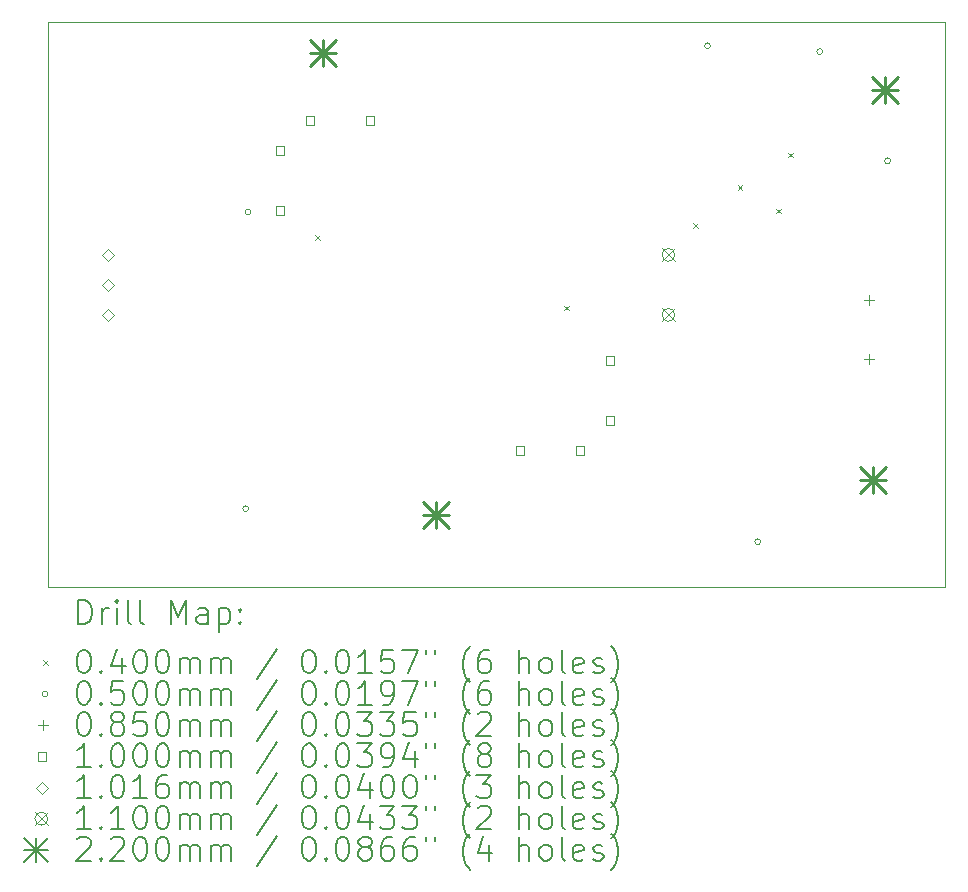
<source format=gbr>
%TF.GenerationSoftware,KiCad,Pcbnew,(6.0.11)*%
%TF.CreationDate,2023-06-14T00:40:48+03:00*%
%TF.ProjectId,flyback_48V_48W,666c7962-6163-46b5-9f34-38565f343857,rev?*%
%TF.SameCoordinates,Original*%
%TF.FileFunction,Drillmap*%
%TF.FilePolarity,Positive*%
%FSLAX45Y45*%
G04 Gerber Fmt 4.5, Leading zero omitted, Abs format (unit mm)*
G04 Created by KiCad (PCBNEW (6.0.11)) date 2023-06-14 00:40:48*
%MOMM*%
%LPD*%
G01*
G04 APERTURE LIST*
%ADD10C,0.100000*%
%ADD11C,0.200000*%
%ADD12C,0.040000*%
%ADD13C,0.050000*%
%ADD14C,0.085000*%
%ADD15C,0.101600*%
%ADD16C,0.110000*%
%ADD17C,0.220000*%
G04 APERTURE END LIST*
D10*
X10070000Y-3700000D02*
X17657000Y-3700000D01*
X17657000Y-3700000D02*
X17657000Y-8480000D01*
X17657000Y-8480000D02*
X10070000Y-8480000D01*
X10070000Y-8480000D02*
X10070000Y-3700000D01*
D11*
D12*
X12330000Y-5505000D02*
X12370000Y-5545000D01*
X12370000Y-5505000D02*
X12330000Y-5545000D01*
X14433200Y-6101400D02*
X14473200Y-6141400D01*
X14473200Y-6101400D02*
X14433200Y-6141400D01*
X15530000Y-5405000D02*
X15570000Y-5445000D01*
X15570000Y-5405000D02*
X15530000Y-5445000D01*
X15905000Y-5080000D02*
X15945000Y-5120000D01*
X15945000Y-5080000D02*
X15905000Y-5120000D01*
X16230000Y-5280000D02*
X16270000Y-5320000D01*
X16270000Y-5280000D02*
X16230000Y-5320000D01*
X16330000Y-4805000D02*
X16370000Y-4845000D01*
X16370000Y-4805000D02*
X16330000Y-4845000D01*
D13*
X11765000Y-7820000D02*
G75*
G03*
X11765000Y-7820000I-25000J0D01*
G01*
X11785200Y-5308600D02*
G75*
G03*
X11785200Y-5308600I-25000J0D01*
G01*
X15675000Y-3900000D02*
G75*
G03*
X15675000Y-3900000I-25000J0D01*
G01*
X16100000Y-8100000D02*
G75*
G03*
X16100000Y-8100000I-25000J0D01*
G01*
X16625000Y-3950000D02*
G75*
G03*
X16625000Y-3950000I-25000J0D01*
G01*
X17200000Y-4875000D02*
G75*
G03*
X17200000Y-4875000I-25000J0D01*
G01*
D14*
X17018000Y-6007500D02*
X17018000Y-6092500D01*
X16975500Y-6050000D02*
X17060500Y-6050000D01*
X17018000Y-6507500D02*
X17018000Y-6592500D01*
X16975500Y-6550000D02*
X17060500Y-6550000D01*
D10*
X12068356Y-4822356D02*
X12068356Y-4751644D01*
X11997644Y-4751644D01*
X11997644Y-4822356D01*
X12068356Y-4822356D01*
X12068356Y-5330356D02*
X12068356Y-5259644D01*
X11997644Y-5259644D01*
X11997644Y-5330356D01*
X12068356Y-5330356D01*
X12322356Y-4568356D02*
X12322356Y-4497644D01*
X12251644Y-4497644D01*
X12251644Y-4568356D01*
X12322356Y-4568356D01*
X12830356Y-4568356D02*
X12830356Y-4497644D01*
X12759644Y-4497644D01*
X12759644Y-4568356D01*
X12830356Y-4568356D01*
X14100356Y-7362356D02*
X14100356Y-7291644D01*
X14029644Y-7291644D01*
X14029644Y-7362356D01*
X14100356Y-7362356D01*
X14608356Y-7362356D02*
X14608356Y-7291644D01*
X14537644Y-7291644D01*
X14537644Y-7362356D01*
X14608356Y-7362356D01*
X14862356Y-6600356D02*
X14862356Y-6529644D01*
X14791644Y-6529644D01*
X14791644Y-6600356D01*
X14862356Y-6600356D01*
X14862356Y-7108356D02*
X14862356Y-7037644D01*
X14791644Y-7037644D01*
X14791644Y-7108356D01*
X14862356Y-7108356D01*
D15*
X10572500Y-5726800D02*
X10623300Y-5676000D01*
X10572500Y-5625200D01*
X10521700Y-5676000D01*
X10572500Y-5726800D01*
X10572500Y-5980800D02*
X10623300Y-5930000D01*
X10572500Y-5879200D01*
X10521700Y-5930000D01*
X10572500Y-5980800D01*
X10572500Y-6234800D02*
X10623300Y-6184000D01*
X10572500Y-6133200D01*
X10521700Y-6184000D01*
X10572500Y-6234800D01*
D16*
X15263950Y-5616000D02*
X15373950Y-5726000D01*
X15373950Y-5616000D02*
X15263950Y-5726000D01*
X15373950Y-5671000D02*
G75*
G03*
X15373950Y-5671000I-55000J0D01*
G01*
X15263950Y-6124000D02*
X15373950Y-6234000D01*
X15373950Y-6124000D02*
X15263950Y-6234000D01*
X15373950Y-6179000D02*
G75*
G03*
X15373950Y-6179000I-55000J0D01*
G01*
D17*
X12285200Y-3852400D02*
X12505200Y-4072400D01*
X12505200Y-3852400D02*
X12285200Y-4072400D01*
X12395200Y-3852400D02*
X12395200Y-4072400D01*
X12285200Y-3962400D02*
X12505200Y-3962400D01*
X13240000Y-7765000D02*
X13460000Y-7985000D01*
X13460000Y-7765000D02*
X13240000Y-7985000D01*
X13350000Y-7765000D02*
X13350000Y-7985000D01*
X13240000Y-7875000D02*
X13460000Y-7875000D01*
X16940000Y-7465000D02*
X17160000Y-7685000D01*
X17160000Y-7465000D02*
X16940000Y-7685000D01*
X17050000Y-7465000D02*
X17050000Y-7685000D01*
X16940000Y-7575000D02*
X17160000Y-7575000D01*
X17040000Y-4165000D02*
X17260000Y-4385000D01*
X17260000Y-4165000D02*
X17040000Y-4385000D01*
X17150000Y-4165000D02*
X17150000Y-4385000D01*
X17040000Y-4275000D02*
X17260000Y-4275000D01*
D11*
X10322619Y-8795476D02*
X10322619Y-8595476D01*
X10370238Y-8595476D01*
X10398810Y-8605000D01*
X10417857Y-8624048D01*
X10427381Y-8643095D01*
X10436905Y-8681190D01*
X10436905Y-8709762D01*
X10427381Y-8747857D01*
X10417857Y-8766905D01*
X10398810Y-8785952D01*
X10370238Y-8795476D01*
X10322619Y-8795476D01*
X10522619Y-8795476D02*
X10522619Y-8662143D01*
X10522619Y-8700238D02*
X10532143Y-8681190D01*
X10541667Y-8671667D01*
X10560714Y-8662143D01*
X10579762Y-8662143D01*
X10646429Y-8795476D02*
X10646429Y-8662143D01*
X10646429Y-8595476D02*
X10636905Y-8605000D01*
X10646429Y-8614524D01*
X10655952Y-8605000D01*
X10646429Y-8595476D01*
X10646429Y-8614524D01*
X10770238Y-8795476D02*
X10751190Y-8785952D01*
X10741667Y-8766905D01*
X10741667Y-8595476D01*
X10875000Y-8795476D02*
X10855952Y-8785952D01*
X10846429Y-8766905D01*
X10846429Y-8595476D01*
X11103571Y-8795476D02*
X11103571Y-8595476D01*
X11170238Y-8738333D01*
X11236905Y-8595476D01*
X11236905Y-8795476D01*
X11417857Y-8795476D02*
X11417857Y-8690714D01*
X11408333Y-8671667D01*
X11389286Y-8662143D01*
X11351190Y-8662143D01*
X11332143Y-8671667D01*
X11417857Y-8785952D02*
X11398809Y-8795476D01*
X11351190Y-8795476D01*
X11332143Y-8785952D01*
X11322619Y-8766905D01*
X11322619Y-8747857D01*
X11332143Y-8728810D01*
X11351190Y-8719286D01*
X11398809Y-8719286D01*
X11417857Y-8709762D01*
X11513095Y-8662143D02*
X11513095Y-8862143D01*
X11513095Y-8671667D02*
X11532143Y-8662143D01*
X11570238Y-8662143D01*
X11589286Y-8671667D01*
X11598809Y-8681190D01*
X11608333Y-8700238D01*
X11608333Y-8757381D01*
X11598809Y-8776429D01*
X11589286Y-8785952D01*
X11570238Y-8795476D01*
X11532143Y-8795476D01*
X11513095Y-8785952D01*
X11694048Y-8776429D02*
X11703571Y-8785952D01*
X11694048Y-8795476D01*
X11684524Y-8785952D01*
X11694048Y-8776429D01*
X11694048Y-8795476D01*
X11694048Y-8671667D02*
X11703571Y-8681190D01*
X11694048Y-8690714D01*
X11684524Y-8681190D01*
X11694048Y-8671667D01*
X11694048Y-8690714D01*
D12*
X10025000Y-9105000D02*
X10065000Y-9145000D01*
X10065000Y-9105000D02*
X10025000Y-9145000D01*
D11*
X10360714Y-9015476D02*
X10379762Y-9015476D01*
X10398810Y-9025000D01*
X10408333Y-9034524D01*
X10417857Y-9053571D01*
X10427381Y-9091667D01*
X10427381Y-9139286D01*
X10417857Y-9177381D01*
X10408333Y-9196429D01*
X10398810Y-9205952D01*
X10379762Y-9215476D01*
X10360714Y-9215476D01*
X10341667Y-9205952D01*
X10332143Y-9196429D01*
X10322619Y-9177381D01*
X10313095Y-9139286D01*
X10313095Y-9091667D01*
X10322619Y-9053571D01*
X10332143Y-9034524D01*
X10341667Y-9025000D01*
X10360714Y-9015476D01*
X10513095Y-9196429D02*
X10522619Y-9205952D01*
X10513095Y-9215476D01*
X10503571Y-9205952D01*
X10513095Y-9196429D01*
X10513095Y-9215476D01*
X10694048Y-9082143D02*
X10694048Y-9215476D01*
X10646429Y-9005952D02*
X10598810Y-9148810D01*
X10722619Y-9148810D01*
X10836905Y-9015476D02*
X10855952Y-9015476D01*
X10875000Y-9025000D01*
X10884524Y-9034524D01*
X10894048Y-9053571D01*
X10903571Y-9091667D01*
X10903571Y-9139286D01*
X10894048Y-9177381D01*
X10884524Y-9196429D01*
X10875000Y-9205952D01*
X10855952Y-9215476D01*
X10836905Y-9215476D01*
X10817857Y-9205952D01*
X10808333Y-9196429D01*
X10798810Y-9177381D01*
X10789286Y-9139286D01*
X10789286Y-9091667D01*
X10798810Y-9053571D01*
X10808333Y-9034524D01*
X10817857Y-9025000D01*
X10836905Y-9015476D01*
X11027381Y-9015476D02*
X11046429Y-9015476D01*
X11065476Y-9025000D01*
X11075000Y-9034524D01*
X11084524Y-9053571D01*
X11094048Y-9091667D01*
X11094048Y-9139286D01*
X11084524Y-9177381D01*
X11075000Y-9196429D01*
X11065476Y-9205952D01*
X11046429Y-9215476D01*
X11027381Y-9215476D01*
X11008333Y-9205952D01*
X10998810Y-9196429D01*
X10989286Y-9177381D01*
X10979762Y-9139286D01*
X10979762Y-9091667D01*
X10989286Y-9053571D01*
X10998810Y-9034524D01*
X11008333Y-9025000D01*
X11027381Y-9015476D01*
X11179762Y-9215476D02*
X11179762Y-9082143D01*
X11179762Y-9101190D02*
X11189286Y-9091667D01*
X11208333Y-9082143D01*
X11236905Y-9082143D01*
X11255952Y-9091667D01*
X11265476Y-9110714D01*
X11265476Y-9215476D01*
X11265476Y-9110714D02*
X11275000Y-9091667D01*
X11294048Y-9082143D01*
X11322619Y-9082143D01*
X11341667Y-9091667D01*
X11351190Y-9110714D01*
X11351190Y-9215476D01*
X11446428Y-9215476D02*
X11446428Y-9082143D01*
X11446428Y-9101190D02*
X11455952Y-9091667D01*
X11475000Y-9082143D01*
X11503571Y-9082143D01*
X11522619Y-9091667D01*
X11532143Y-9110714D01*
X11532143Y-9215476D01*
X11532143Y-9110714D02*
X11541667Y-9091667D01*
X11560714Y-9082143D01*
X11589286Y-9082143D01*
X11608333Y-9091667D01*
X11617857Y-9110714D01*
X11617857Y-9215476D01*
X12008333Y-9005952D02*
X11836905Y-9263095D01*
X12265476Y-9015476D02*
X12284524Y-9015476D01*
X12303571Y-9025000D01*
X12313095Y-9034524D01*
X12322619Y-9053571D01*
X12332143Y-9091667D01*
X12332143Y-9139286D01*
X12322619Y-9177381D01*
X12313095Y-9196429D01*
X12303571Y-9205952D01*
X12284524Y-9215476D01*
X12265476Y-9215476D01*
X12246428Y-9205952D01*
X12236905Y-9196429D01*
X12227381Y-9177381D01*
X12217857Y-9139286D01*
X12217857Y-9091667D01*
X12227381Y-9053571D01*
X12236905Y-9034524D01*
X12246428Y-9025000D01*
X12265476Y-9015476D01*
X12417857Y-9196429D02*
X12427381Y-9205952D01*
X12417857Y-9215476D01*
X12408333Y-9205952D01*
X12417857Y-9196429D01*
X12417857Y-9215476D01*
X12551190Y-9015476D02*
X12570238Y-9015476D01*
X12589286Y-9025000D01*
X12598809Y-9034524D01*
X12608333Y-9053571D01*
X12617857Y-9091667D01*
X12617857Y-9139286D01*
X12608333Y-9177381D01*
X12598809Y-9196429D01*
X12589286Y-9205952D01*
X12570238Y-9215476D01*
X12551190Y-9215476D01*
X12532143Y-9205952D01*
X12522619Y-9196429D01*
X12513095Y-9177381D01*
X12503571Y-9139286D01*
X12503571Y-9091667D01*
X12513095Y-9053571D01*
X12522619Y-9034524D01*
X12532143Y-9025000D01*
X12551190Y-9015476D01*
X12808333Y-9215476D02*
X12694048Y-9215476D01*
X12751190Y-9215476D02*
X12751190Y-9015476D01*
X12732143Y-9044048D01*
X12713095Y-9063095D01*
X12694048Y-9072619D01*
X12989286Y-9015476D02*
X12894048Y-9015476D01*
X12884524Y-9110714D01*
X12894048Y-9101190D01*
X12913095Y-9091667D01*
X12960714Y-9091667D01*
X12979762Y-9101190D01*
X12989286Y-9110714D01*
X12998809Y-9129762D01*
X12998809Y-9177381D01*
X12989286Y-9196429D01*
X12979762Y-9205952D01*
X12960714Y-9215476D01*
X12913095Y-9215476D01*
X12894048Y-9205952D01*
X12884524Y-9196429D01*
X13065476Y-9015476D02*
X13198809Y-9015476D01*
X13113095Y-9215476D01*
X13265476Y-9015476D02*
X13265476Y-9053571D01*
X13341667Y-9015476D02*
X13341667Y-9053571D01*
X13636905Y-9291667D02*
X13627381Y-9282143D01*
X13608333Y-9253571D01*
X13598809Y-9234524D01*
X13589286Y-9205952D01*
X13579762Y-9158333D01*
X13579762Y-9120238D01*
X13589286Y-9072619D01*
X13598809Y-9044048D01*
X13608333Y-9025000D01*
X13627381Y-8996429D01*
X13636905Y-8986905D01*
X13798809Y-9015476D02*
X13760714Y-9015476D01*
X13741667Y-9025000D01*
X13732143Y-9034524D01*
X13713095Y-9063095D01*
X13703571Y-9101190D01*
X13703571Y-9177381D01*
X13713095Y-9196429D01*
X13722619Y-9205952D01*
X13741667Y-9215476D01*
X13779762Y-9215476D01*
X13798809Y-9205952D01*
X13808333Y-9196429D01*
X13817857Y-9177381D01*
X13817857Y-9129762D01*
X13808333Y-9110714D01*
X13798809Y-9101190D01*
X13779762Y-9091667D01*
X13741667Y-9091667D01*
X13722619Y-9101190D01*
X13713095Y-9110714D01*
X13703571Y-9129762D01*
X14055952Y-9215476D02*
X14055952Y-9015476D01*
X14141667Y-9215476D02*
X14141667Y-9110714D01*
X14132143Y-9091667D01*
X14113095Y-9082143D01*
X14084524Y-9082143D01*
X14065476Y-9091667D01*
X14055952Y-9101190D01*
X14265476Y-9215476D02*
X14246428Y-9205952D01*
X14236905Y-9196429D01*
X14227381Y-9177381D01*
X14227381Y-9120238D01*
X14236905Y-9101190D01*
X14246428Y-9091667D01*
X14265476Y-9082143D01*
X14294048Y-9082143D01*
X14313095Y-9091667D01*
X14322619Y-9101190D01*
X14332143Y-9120238D01*
X14332143Y-9177381D01*
X14322619Y-9196429D01*
X14313095Y-9205952D01*
X14294048Y-9215476D01*
X14265476Y-9215476D01*
X14446428Y-9215476D02*
X14427381Y-9205952D01*
X14417857Y-9186905D01*
X14417857Y-9015476D01*
X14598809Y-9205952D02*
X14579762Y-9215476D01*
X14541667Y-9215476D01*
X14522619Y-9205952D01*
X14513095Y-9186905D01*
X14513095Y-9110714D01*
X14522619Y-9091667D01*
X14541667Y-9082143D01*
X14579762Y-9082143D01*
X14598809Y-9091667D01*
X14608333Y-9110714D01*
X14608333Y-9129762D01*
X14513095Y-9148810D01*
X14684524Y-9205952D02*
X14703571Y-9215476D01*
X14741667Y-9215476D01*
X14760714Y-9205952D01*
X14770238Y-9186905D01*
X14770238Y-9177381D01*
X14760714Y-9158333D01*
X14741667Y-9148810D01*
X14713095Y-9148810D01*
X14694048Y-9139286D01*
X14684524Y-9120238D01*
X14684524Y-9110714D01*
X14694048Y-9091667D01*
X14713095Y-9082143D01*
X14741667Y-9082143D01*
X14760714Y-9091667D01*
X14836905Y-9291667D02*
X14846428Y-9282143D01*
X14865476Y-9253571D01*
X14875000Y-9234524D01*
X14884524Y-9205952D01*
X14894048Y-9158333D01*
X14894048Y-9120238D01*
X14884524Y-9072619D01*
X14875000Y-9044048D01*
X14865476Y-9025000D01*
X14846428Y-8996429D01*
X14836905Y-8986905D01*
D13*
X10065000Y-9389000D02*
G75*
G03*
X10065000Y-9389000I-25000J0D01*
G01*
D11*
X10360714Y-9279476D02*
X10379762Y-9279476D01*
X10398810Y-9289000D01*
X10408333Y-9298524D01*
X10417857Y-9317571D01*
X10427381Y-9355667D01*
X10427381Y-9403286D01*
X10417857Y-9441381D01*
X10408333Y-9460429D01*
X10398810Y-9469952D01*
X10379762Y-9479476D01*
X10360714Y-9479476D01*
X10341667Y-9469952D01*
X10332143Y-9460429D01*
X10322619Y-9441381D01*
X10313095Y-9403286D01*
X10313095Y-9355667D01*
X10322619Y-9317571D01*
X10332143Y-9298524D01*
X10341667Y-9289000D01*
X10360714Y-9279476D01*
X10513095Y-9460429D02*
X10522619Y-9469952D01*
X10513095Y-9479476D01*
X10503571Y-9469952D01*
X10513095Y-9460429D01*
X10513095Y-9479476D01*
X10703571Y-9279476D02*
X10608333Y-9279476D01*
X10598810Y-9374714D01*
X10608333Y-9365190D01*
X10627381Y-9355667D01*
X10675000Y-9355667D01*
X10694048Y-9365190D01*
X10703571Y-9374714D01*
X10713095Y-9393762D01*
X10713095Y-9441381D01*
X10703571Y-9460429D01*
X10694048Y-9469952D01*
X10675000Y-9479476D01*
X10627381Y-9479476D01*
X10608333Y-9469952D01*
X10598810Y-9460429D01*
X10836905Y-9279476D02*
X10855952Y-9279476D01*
X10875000Y-9289000D01*
X10884524Y-9298524D01*
X10894048Y-9317571D01*
X10903571Y-9355667D01*
X10903571Y-9403286D01*
X10894048Y-9441381D01*
X10884524Y-9460429D01*
X10875000Y-9469952D01*
X10855952Y-9479476D01*
X10836905Y-9479476D01*
X10817857Y-9469952D01*
X10808333Y-9460429D01*
X10798810Y-9441381D01*
X10789286Y-9403286D01*
X10789286Y-9355667D01*
X10798810Y-9317571D01*
X10808333Y-9298524D01*
X10817857Y-9289000D01*
X10836905Y-9279476D01*
X11027381Y-9279476D02*
X11046429Y-9279476D01*
X11065476Y-9289000D01*
X11075000Y-9298524D01*
X11084524Y-9317571D01*
X11094048Y-9355667D01*
X11094048Y-9403286D01*
X11084524Y-9441381D01*
X11075000Y-9460429D01*
X11065476Y-9469952D01*
X11046429Y-9479476D01*
X11027381Y-9479476D01*
X11008333Y-9469952D01*
X10998810Y-9460429D01*
X10989286Y-9441381D01*
X10979762Y-9403286D01*
X10979762Y-9355667D01*
X10989286Y-9317571D01*
X10998810Y-9298524D01*
X11008333Y-9289000D01*
X11027381Y-9279476D01*
X11179762Y-9479476D02*
X11179762Y-9346143D01*
X11179762Y-9365190D02*
X11189286Y-9355667D01*
X11208333Y-9346143D01*
X11236905Y-9346143D01*
X11255952Y-9355667D01*
X11265476Y-9374714D01*
X11265476Y-9479476D01*
X11265476Y-9374714D02*
X11275000Y-9355667D01*
X11294048Y-9346143D01*
X11322619Y-9346143D01*
X11341667Y-9355667D01*
X11351190Y-9374714D01*
X11351190Y-9479476D01*
X11446428Y-9479476D02*
X11446428Y-9346143D01*
X11446428Y-9365190D02*
X11455952Y-9355667D01*
X11475000Y-9346143D01*
X11503571Y-9346143D01*
X11522619Y-9355667D01*
X11532143Y-9374714D01*
X11532143Y-9479476D01*
X11532143Y-9374714D02*
X11541667Y-9355667D01*
X11560714Y-9346143D01*
X11589286Y-9346143D01*
X11608333Y-9355667D01*
X11617857Y-9374714D01*
X11617857Y-9479476D01*
X12008333Y-9269952D02*
X11836905Y-9527095D01*
X12265476Y-9279476D02*
X12284524Y-9279476D01*
X12303571Y-9289000D01*
X12313095Y-9298524D01*
X12322619Y-9317571D01*
X12332143Y-9355667D01*
X12332143Y-9403286D01*
X12322619Y-9441381D01*
X12313095Y-9460429D01*
X12303571Y-9469952D01*
X12284524Y-9479476D01*
X12265476Y-9479476D01*
X12246428Y-9469952D01*
X12236905Y-9460429D01*
X12227381Y-9441381D01*
X12217857Y-9403286D01*
X12217857Y-9355667D01*
X12227381Y-9317571D01*
X12236905Y-9298524D01*
X12246428Y-9289000D01*
X12265476Y-9279476D01*
X12417857Y-9460429D02*
X12427381Y-9469952D01*
X12417857Y-9479476D01*
X12408333Y-9469952D01*
X12417857Y-9460429D01*
X12417857Y-9479476D01*
X12551190Y-9279476D02*
X12570238Y-9279476D01*
X12589286Y-9289000D01*
X12598809Y-9298524D01*
X12608333Y-9317571D01*
X12617857Y-9355667D01*
X12617857Y-9403286D01*
X12608333Y-9441381D01*
X12598809Y-9460429D01*
X12589286Y-9469952D01*
X12570238Y-9479476D01*
X12551190Y-9479476D01*
X12532143Y-9469952D01*
X12522619Y-9460429D01*
X12513095Y-9441381D01*
X12503571Y-9403286D01*
X12503571Y-9355667D01*
X12513095Y-9317571D01*
X12522619Y-9298524D01*
X12532143Y-9289000D01*
X12551190Y-9279476D01*
X12808333Y-9479476D02*
X12694048Y-9479476D01*
X12751190Y-9479476D02*
X12751190Y-9279476D01*
X12732143Y-9308048D01*
X12713095Y-9327095D01*
X12694048Y-9336619D01*
X12903571Y-9479476D02*
X12941667Y-9479476D01*
X12960714Y-9469952D01*
X12970238Y-9460429D01*
X12989286Y-9431857D01*
X12998809Y-9393762D01*
X12998809Y-9317571D01*
X12989286Y-9298524D01*
X12979762Y-9289000D01*
X12960714Y-9279476D01*
X12922619Y-9279476D01*
X12903571Y-9289000D01*
X12894048Y-9298524D01*
X12884524Y-9317571D01*
X12884524Y-9365190D01*
X12894048Y-9384238D01*
X12903571Y-9393762D01*
X12922619Y-9403286D01*
X12960714Y-9403286D01*
X12979762Y-9393762D01*
X12989286Y-9384238D01*
X12998809Y-9365190D01*
X13065476Y-9279476D02*
X13198809Y-9279476D01*
X13113095Y-9479476D01*
X13265476Y-9279476D02*
X13265476Y-9317571D01*
X13341667Y-9279476D02*
X13341667Y-9317571D01*
X13636905Y-9555667D02*
X13627381Y-9546143D01*
X13608333Y-9517571D01*
X13598809Y-9498524D01*
X13589286Y-9469952D01*
X13579762Y-9422333D01*
X13579762Y-9384238D01*
X13589286Y-9336619D01*
X13598809Y-9308048D01*
X13608333Y-9289000D01*
X13627381Y-9260429D01*
X13636905Y-9250905D01*
X13798809Y-9279476D02*
X13760714Y-9279476D01*
X13741667Y-9289000D01*
X13732143Y-9298524D01*
X13713095Y-9327095D01*
X13703571Y-9365190D01*
X13703571Y-9441381D01*
X13713095Y-9460429D01*
X13722619Y-9469952D01*
X13741667Y-9479476D01*
X13779762Y-9479476D01*
X13798809Y-9469952D01*
X13808333Y-9460429D01*
X13817857Y-9441381D01*
X13817857Y-9393762D01*
X13808333Y-9374714D01*
X13798809Y-9365190D01*
X13779762Y-9355667D01*
X13741667Y-9355667D01*
X13722619Y-9365190D01*
X13713095Y-9374714D01*
X13703571Y-9393762D01*
X14055952Y-9479476D02*
X14055952Y-9279476D01*
X14141667Y-9479476D02*
X14141667Y-9374714D01*
X14132143Y-9355667D01*
X14113095Y-9346143D01*
X14084524Y-9346143D01*
X14065476Y-9355667D01*
X14055952Y-9365190D01*
X14265476Y-9479476D02*
X14246428Y-9469952D01*
X14236905Y-9460429D01*
X14227381Y-9441381D01*
X14227381Y-9384238D01*
X14236905Y-9365190D01*
X14246428Y-9355667D01*
X14265476Y-9346143D01*
X14294048Y-9346143D01*
X14313095Y-9355667D01*
X14322619Y-9365190D01*
X14332143Y-9384238D01*
X14332143Y-9441381D01*
X14322619Y-9460429D01*
X14313095Y-9469952D01*
X14294048Y-9479476D01*
X14265476Y-9479476D01*
X14446428Y-9479476D02*
X14427381Y-9469952D01*
X14417857Y-9450905D01*
X14417857Y-9279476D01*
X14598809Y-9469952D02*
X14579762Y-9479476D01*
X14541667Y-9479476D01*
X14522619Y-9469952D01*
X14513095Y-9450905D01*
X14513095Y-9374714D01*
X14522619Y-9355667D01*
X14541667Y-9346143D01*
X14579762Y-9346143D01*
X14598809Y-9355667D01*
X14608333Y-9374714D01*
X14608333Y-9393762D01*
X14513095Y-9412810D01*
X14684524Y-9469952D02*
X14703571Y-9479476D01*
X14741667Y-9479476D01*
X14760714Y-9469952D01*
X14770238Y-9450905D01*
X14770238Y-9441381D01*
X14760714Y-9422333D01*
X14741667Y-9412810D01*
X14713095Y-9412810D01*
X14694048Y-9403286D01*
X14684524Y-9384238D01*
X14684524Y-9374714D01*
X14694048Y-9355667D01*
X14713095Y-9346143D01*
X14741667Y-9346143D01*
X14760714Y-9355667D01*
X14836905Y-9555667D02*
X14846428Y-9546143D01*
X14865476Y-9517571D01*
X14875000Y-9498524D01*
X14884524Y-9469952D01*
X14894048Y-9422333D01*
X14894048Y-9384238D01*
X14884524Y-9336619D01*
X14875000Y-9308048D01*
X14865476Y-9289000D01*
X14846428Y-9260429D01*
X14836905Y-9250905D01*
D14*
X10022500Y-9610500D02*
X10022500Y-9695500D01*
X9980000Y-9653000D02*
X10065000Y-9653000D01*
D11*
X10360714Y-9543476D02*
X10379762Y-9543476D01*
X10398810Y-9553000D01*
X10408333Y-9562524D01*
X10417857Y-9581571D01*
X10427381Y-9619667D01*
X10427381Y-9667286D01*
X10417857Y-9705381D01*
X10408333Y-9724429D01*
X10398810Y-9733952D01*
X10379762Y-9743476D01*
X10360714Y-9743476D01*
X10341667Y-9733952D01*
X10332143Y-9724429D01*
X10322619Y-9705381D01*
X10313095Y-9667286D01*
X10313095Y-9619667D01*
X10322619Y-9581571D01*
X10332143Y-9562524D01*
X10341667Y-9553000D01*
X10360714Y-9543476D01*
X10513095Y-9724429D02*
X10522619Y-9733952D01*
X10513095Y-9743476D01*
X10503571Y-9733952D01*
X10513095Y-9724429D01*
X10513095Y-9743476D01*
X10636905Y-9629190D02*
X10617857Y-9619667D01*
X10608333Y-9610143D01*
X10598810Y-9591095D01*
X10598810Y-9581571D01*
X10608333Y-9562524D01*
X10617857Y-9553000D01*
X10636905Y-9543476D01*
X10675000Y-9543476D01*
X10694048Y-9553000D01*
X10703571Y-9562524D01*
X10713095Y-9581571D01*
X10713095Y-9591095D01*
X10703571Y-9610143D01*
X10694048Y-9619667D01*
X10675000Y-9629190D01*
X10636905Y-9629190D01*
X10617857Y-9638714D01*
X10608333Y-9648238D01*
X10598810Y-9667286D01*
X10598810Y-9705381D01*
X10608333Y-9724429D01*
X10617857Y-9733952D01*
X10636905Y-9743476D01*
X10675000Y-9743476D01*
X10694048Y-9733952D01*
X10703571Y-9724429D01*
X10713095Y-9705381D01*
X10713095Y-9667286D01*
X10703571Y-9648238D01*
X10694048Y-9638714D01*
X10675000Y-9629190D01*
X10894048Y-9543476D02*
X10798810Y-9543476D01*
X10789286Y-9638714D01*
X10798810Y-9629190D01*
X10817857Y-9619667D01*
X10865476Y-9619667D01*
X10884524Y-9629190D01*
X10894048Y-9638714D01*
X10903571Y-9657762D01*
X10903571Y-9705381D01*
X10894048Y-9724429D01*
X10884524Y-9733952D01*
X10865476Y-9743476D01*
X10817857Y-9743476D01*
X10798810Y-9733952D01*
X10789286Y-9724429D01*
X11027381Y-9543476D02*
X11046429Y-9543476D01*
X11065476Y-9553000D01*
X11075000Y-9562524D01*
X11084524Y-9581571D01*
X11094048Y-9619667D01*
X11094048Y-9667286D01*
X11084524Y-9705381D01*
X11075000Y-9724429D01*
X11065476Y-9733952D01*
X11046429Y-9743476D01*
X11027381Y-9743476D01*
X11008333Y-9733952D01*
X10998810Y-9724429D01*
X10989286Y-9705381D01*
X10979762Y-9667286D01*
X10979762Y-9619667D01*
X10989286Y-9581571D01*
X10998810Y-9562524D01*
X11008333Y-9553000D01*
X11027381Y-9543476D01*
X11179762Y-9743476D02*
X11179762Y-9610143D01*
X11179762Y-9629190D02*
X11189286Y-9619667D01*
X11208333Y-9610143D01*
X11236905Y-9610143D01*
X11255952Y-9619667D01*
X11265476Y-9638714D01*
X11265476Y-9743476D01*
X11265476Y-9638714D02*
X11275000Y-9619667D01*
X11294048Y-9610143D01*
X11322619Y-9610143D01*
X11341667Y-9619667D01*
X11351190Y-9638714D01*
X11351190Y-9743476D01*
X11446428Y-9743476D02*
X11446428Y-9610143D01*
X11446428Y-9629190D02*
X11455952Y-9619667D01*
X11475000Y-9610143D01*
X11503571Y-9610143D01*
X11522619Y-9619667D01*
X11532143Y-9638714D01*
X11532143Y-9743476D01*
X11532143Y-9638714D02*
X11541667Y-9619667D01*
X11560714Y-9610143D01*
X11589286Y-9610143D01*
X11608333Y-9619667D01*
X11617857Y-9638714D01*
X11617857Y-9743476D01*
X12008333Y-9533952D02*
X11836905Y-9791095D01*
X12265476Y-9543476D02*
X12284524Y-9543476D01*
X12303571Y-9553000D01*
X12313095Y-9562524D01*
X12322619Y-9581571D01*
X12332143Y-9619667D01*
X12332143Y-9667286D01*
X12322619Y-9705381D01*
X12313095Y-9724429D01*
X12303571Y-9733952D01*
X12284524Y-9743476D01*
X12265476Y-9743476D01*
X12246428Y-9733952D01*
X12236905Y-9724429D01*
X12227381Y-9705381D01*
X12217857Y-9667286D01*
X12217857Y-9619667D01*
X12227381Y-9581571D01*
X12236905Y-9562524D01*
X12246428Y-9553000D01*
X12265476Y-9543476D01*
X12417857Y-9724429D02*
X12427381Y-9733952D01*
X12417857Y-9743476D01*
X12408333Y-9733952D01*
X12417857Y-9724429D01*
X12417857Y-9743476D01*
X12551190Y-9543476D02*
X12570238Y-9543476D01*
X12589286Y-9553000D01*
X12598809Y-9562524D01*
X12608333Y-9581571D01*
X12617857Y-9619667D01*
X12617857Y-9667286D01*
X12608333Y-9705381D01*
X12598809Y-9724429D01*
X12589286Y-9733952D01*
X12570238Y-9743476D01*
X12551190Y-9743476D01*
X12532143Y-9733952D01*
X12522619Y-9724429D01*
X12513095Y-9705381D01*
X12503571Y-9667286D01*
X12503571Y-9619667D01*
X12513095Y-9581571D01*
X12522619Y-9562524D01*
X12532143Y-9553000D01*
X12551190Y-9543476D01*
X12684524Y-9543476D02*
X12808333Y-9543476D01*
X12741667Y-9619667D01*
X12770238Y-9619667D01*
X12789286Y-9629190D01*
X12798809Y-9638714D01*
X12808333Y-9657762D01*
X12808333Y-9705381D01*
X12798809Y-9724429D01*
X12789286Y-9733952D01*
X12770238Y-9743476D01*
X12713095Y-9743476D01*
X12694048Y-9733952D01*
X12684524Y-9724429D01*
X12875000Y-9543476D02*
X12998809Y-9543476D01*
X12932143Y-9619667D01*
X12960714Y-9619667D01*
X12979762Y-9629190D01*
X12989286Y-9638714D01*
X12998809Y-9657762D01*
X12998809Y-9705381D01*
X12989286Y-9724429D01*
X12979762Y-9733952D01*
X12960714Y-9743476D01*
X12903571Y-9743476D01*
X12884524Y-9733952D01*
X12875000Y-9724429D01*
X13179762Y-9543476D02*
X13084524Y-9543476D01*
X13075000Y-9638714D01*
X13084524Y-9629190D01*
X13103571Y-9619667D01*
X13151190Y-9619667D01*
X13170238Y-9629190D01*
X13179762Y-9638714D01*
X13189286Y-9657762D01*
X13189286Y-9705381D01*
X13179762Y-9724429D01*
X13170238Y-9733952D01*
X13151190Y-9743476D01*
X13103571Y-9743476D01*
X13084524Y-9733952D01*
X13075000Y-9724429D01*
X13265476Y-9543476D02*
X13265476Y-9581571D01*
X13341667Y-9543476D02*
X13341667Y-9581571D01*
X13636905Y-9819667D02*
X13627381Y-9810143D01*
X13608333Y-9781571D01*
X13598809Y-9762524D01*
X13589286Y-9733952D01*
X13579762Y-9686333D01*
X13579762Y-9648238D01*
X13589286Y-9600619D01*
X13598809Y-9572048D01*
X13608333Y-9553000D01*
X13627381Y-9524429D01*
X13636905Y-9514905D01*
X13703571Y-9562524D02*
X13713095Y-9553000D01*
X13732143Y-9543476D01*
X13779762Y-9543476D01*
X13798809Y-9553000D01*
X13808333Y-9562524D01*
X13817857Y-9581571D01*
X13817857Y-9600619D01*
X13808333Y-9629190D01*
X13694048Y-9743476D01*
X13817857Y-9743476D01*
X14055952Y-9743476D02*
X14055952Y-9543476D01*
X14141667Y-9743476D02*
X14141667Y-9638714D01*
X14132143Y-9619667D01*
X14113095Y-9610143D01*
X14084524Y-9610143D01*
X14065476Y-9619667D01*
X14055952Y-9629190D01*
X14265476Y-9743476D02*
X14246428Y-9733952D01*
X14236905Y-9724429D01*
X14227381Y-9705381D01*
X14227381Y-9648238D01*
X14236905Y-9629190D01*
X14246428Y-9619667D01*
X14265476Y-9610143D01*
X14294048Y-9610143D01*
X14313095Y-9619667D01*
X14322619Y-9629190D01*
X14332143Y-9648238D01*
X14332143Y-9705381D01*
X14322619Y-9724429D01*
X14313095Y-9733952D01*
X14294048Y-9743476D01*
X14265476Y-9743476D01*
X14446428Y-9743476D02*
X14427381Y-9733952D01*
X14417857Y-9714905D01*
X14417857Y-9543476D01*
X14598809Y-9733952D02*
X14579762Y-9743476D01*
X14541667Y-9743476D01*
X14522619Y-9733952D01*
X14513095Y-9714905D01*
X14513095Y-9638714D01*
X14522619Y-9619667D01*
X14541667Y-9610143D01*
X14579762Y-9610143D01*
X14598809Y-9619667D01*
X14608333Y-9638714D01*
X14608333Y-9657762D01*
X14513095Y-9676810D01*
X14684524Y-9733952D02*
X14703571Y-9743476D01*
X14741667Y-9743476D01*
X14760714Y-9733952D01*
X14770238Y-9714905D01*
X14770238Y-9705381D01*
X14760714Y-9686333D01*
X14741667Y-9676810D01*
X14713095Y-9676810D01*
X14694048Y-9667286D01*
X14684524Y-9648238D01*
X14684524Y-9638714D01*
X14694048Y-9619667D01*
X14713095Y-9610143D01*
X14741667Y-9610143D01*
X14760714Y-9619667D01*
X14836905Y-9819667D02*
X14846428Y-9810143D01*
X14865476Y-9781571D01*
X14875000Y-9762524D01*
X14884524Y-9733952D01*
X14894048Y-9686333D01*
X14894048Y-9648238D01*
X14884524Y-9600619D01*
X14875000Y-9572048D01*
X14865476Y-9553000D01*
X14846428Y-9524429D01*
X14836905Y-9514905D01*
D10*
X10050356Y-9952356D02*
X10050356Y-9881644D01*
X9979644Y-9881644D01*
X9979644Y-9952356D01*
X10050356Y-9952356D01*
D11*
X10427381Y-10007476D02*
X10313095Y-10007476D01*
X10370238Y-10007476D02*
X10370238Y-9807476D01*
X10351190Y-9836048D01*
X10332143Y-9855095D01*
X10313095Y-9864619D01*
X10513095Y-9988429D02*
X10522619Y-9997952D01*
X10513095Y-10007476D01*
X10503571Y-9997952D01*
X10513095Y-9988429D01*
X10513095Y-10007476D01*
X10646429Y-9807476D02*
X10665476Y-9807476D01*
X10684524Y-9817000D01*
X10694048Y-9826524D01*
X10703571Y-9845571D01*
X10713095Y-9883667D01*
X10713095Y-9931286D01*
X10703571Y-9969381D01*
X10694048Y-9988429D01*
X10684524Y-9997952D01*
X10665476Y-10007476D01*
X10646429Y-10007476D01*
X10627381Y-9997952D01*
X10617857Y-9988429D01*
X10608333Y-9969381D01*
X10598810Y-9931286D01*
X10598810Y-9883667D01*
X10608333Y-9845571D01*
X10617857Y-9826524D01*
X10627381Y-9817000D01*
X10646429Y-9807476D01*
X10836905Y-9807476D02*
X10855952Y-9807476D01*
X10875000Y-9817000D01*
X10884524Y-9826524D01*
X10894048Y-9845571D01*
X10903571Y-9883667D01*
X10903571Y-9931286D01*
X10894048Y-9969381D01*
X10884524Y-9988429D01*
X10875000Y-9997952D01*
X10855952Y-10007476D01*
X10836905Y-10007476D01*
X10817857Y-9997952D01*
X10808333Y-9988429D01*
X10798810Y-9969381D01*
X10789286Y-9931286D01*
X10789286Y-9883667D01*
X10798810Y-9845571D01*
X10808333Y-9826524D01*
X10817857Y-9817000D01*
X10836905Y-9807476D01*
X11027381Y-9807476D02*
X11046429Y-9807476D01*
X11065476Y-9817000D01*
X11075000Y-9826524D01*
X11084524Y-9845571D01*
X11094048Y-9883667D01*
X11094048Y-9931286D01*
X11084524Y-9969381D01*
X11075000Y-9988429D01*
X11065476Y-9997952D01*
X11046429Y-10007476D01*
X11027381Y-10007476D01*
X11008333Y-9997952D01*
X10998810Y-9988429D01*
X10989286Y-9969381D01*
X10979762Y-9931286D01*
X10979762Y-9883667D01*
X10989286Y-9845571D01*
X10998810Y-9826524D01*
X11008333Y-9817000D01*
X11027381Y-9807476D01*
X11179762Y-10007476D02*
X11179762Y-9874143D01*
X11179762Y-9893190D02*
X11189286Y-9883667D01*
X11208333Y-9874143D01*
X11236905Y-9874143D01*
X11255952Y-9883667D01*
X11265476Y-9902714D01*
X11265476Y-10007476D01*
X11265476Y-9902714D02*
X11275000Y-9883667D01*
X11294048Y-9874143D01*
X11322619Y-9874143D01*
X11341667Y-9883667D01*
X11351190Y-9902714D01*
X11351190Y-10007476D01*
X11446428Y-10007476D02*
X11446428Y-9874143D01*
X11446428Y-9893190D02*
X11455952Y-9883667D01*
X11475000Y-9874143D01*
X11503571Y-9874143D01*
X11522619Y-9883667D01*
X11532143Y-9902714D01*
X11532143Y-10007476D01*
X11532143Y-9902714D02*
X11541667Y-9883667D01*
X11560714Y-9874143D01*
X11589286Y-9874143D01*
X11608333Y-9883667D01*
X11617857Y-9902714D01*
X11617857Y-10007476D01*
X12008333Y-9797952D02*
X11836905Y-10055095D01*
X12265476Y-9807476D02*
X12284524Y-9807476D01*
X12303571Y-9817000D01*
X12313095Y-9826524D01*
X12322619Y-9845571D01*
X12332143Y-9883667D01*
X12332143Y-9931286D01*
X12322619Y-9969381D01*
X12313095Y-9988429D01*
X12303571Y-9997952D01*
X12284524Y-10007476D01*
X12265476Y-10007476D01*
X12246428Y-9997952D01*
X12236905Y-9988429D01*
X12227381Y-9969381D01*
X12217857Y-9931286D01*
X12217857Y-9883667D01*
X12227381Y-9845571D01*
X12236905Y-9826524D01*
X12246428Y-9817000D01*
X12265476Y-9807476D01*
X12417857Y-9988429D02*
X12427381Y-9997952D01*
X12417857Y-10007476D01*
X12408333Y-9997952D01*
X12417857Y-9988429D01*
X12417857Y-10007476D01*
X12551190Y-9807476D02*
X12570238Y-9807476D01*
X12589286Y-9817000D01*
X12598809Y-9826524D01*
X12608333Y-9845571D01*
X12617857Y-9883667D01*
X12617857Y-9931286D01*
X12608333Y-9969381D01*
X12598809Y-9988429D01*
X12589286Y-9997952D01*
X12570238Y-10007476D01*
X12551190Y-10007476D01*
X12532143Y-9997952D01*
X12522619Y-9988429D01*
X12513095Y-9969381D01*
X12503571Y-9931286D01*
X12503571Y-9883667D01*
X12513095Y-9845571D01*
X12522619Y-9826524D01*
X12532143Y-9817000D01*
X12551190Y-9807476D01*
X12684524Y-9807476D02*
X12808333Y-9807476D01*
X12741667Y-9883667D01*
X12770238Y-9883667D01*
X12789286Y-9893190D01*
X12798809Y-9902714D01*
X12808333Y-9921762D01*
X12808333Y-9969381D01*
X12798809Y-9988429D01*
X12789286Y-9997952D01*
X12770238Y-10007476D01*
X12713095Y-10007476D01*
X12694048Y-9997952D01*
X12684524Y-9988429D01*
X12903571Y-10007476D02*
X12941667Y-10007476D01*
X12960714Y-9997952D01*
X12970238Y-9988429D01*
X12989286Y-9959857D01*
X12998809Y-9921762D01*
X12998809Y-9845571D01*
X12989286Y-9826524D01*
X12979762Y-9817000D01*
X12960714Y-9807476D01*
X12922619Y-9807476D01*
X12903571Y-9817000D01*
X12894048Y-9826524D01*
X12884524Y-9845571D01*
X12884524Y-9893190D01*
X12894048Y-9912238D01*
X12903571Y-9921762D01*
X12922619Y-9931286D01*
X12960714Y-9931286D01*
X12979762Y-9921762D01*
X12989286Y-9912238D01*
X12998809Y-9893190D01*
X13170238Y-9874143D02*
X13170238Y-10007476D01*
X13122619Y-9797952D02*
X13075000Y-9940810D01*
X13198809Y-9940810D01*
X13265476Y-9807476D02*
X13265476Y-9845571D01*
X13341667Y-9807476D02*
X13341667Y-9845571D01*
X13636905Y-10083667D02*
X13627381Y-10074143D01*
X13608333Y-10045571D01*
X13598809Y-10026524D01*
X13589286Y-9997952D01*
X13579762Y-9950333D01*
X13579762Y-9912238D01*
X13589286Y-9864619D01*
X13598809Y-9836048D01*
X13608333Y-9817000D01*
X13627381Y-9788429D01*
X13636905Y-9778905D01*
X13741667Y-9893190D02*
X13722619Y-9883667D01*
X13713095Y-9874143D01*
X13703571Y-9855095D01*
X13703571Y-9845571D01*
X13713095Y-9826524D01*
X13722619Y-9817000D01*
X13741667Y-9807476D01*
X13779762Y-9807476D01*
X13798809Y-9817000D01*
X13808333Y-9826524D01*
X13817857Y-9845571D01*
X13817857Y-9855095D01*
X13808333Y-9874143D01*
X13798809Y-9883667D01*
X13779762Y-9893190D01*
X13741667Y-9893190D01*
X13722619Y-9902714D01*
X13713095Y-9912238D01*
X13703571Y-9931286D01*
X13703571Y-9969381D01*
X13713095Y-9988429D01*
X13722619Y-9997952D01*
X13741667Y-10007476D01*
X13779762Y-10007476D01*
X13798809Y-9997952D01*
X13808333Y-9988429D01*
X13817857Y-9969381D01*
X13817857Y-9931286D01*
X13808333Y-9912238D01*
X13798809Y-9902714D01*
X13779762Y-9893190D01*
X14055952Y-10007476D02*
X14055952Y-9807476D01*
X14141667Y-10007476D02*
X14141667Y-9902714D01*
X14132143Y-9883667D01*
X14113095Y-9874143D01*
X14084524Y-9874143D01*
X14065476Y-9883667D01*
X14055952Y-9893190D01*
X14265476Y-10007476D02*
X14246428Y-9997952D01*
X14236905Y-9988429D01*
X14227381Y-9969381D01*
X14227381Y-9912238D01*
X14236905Y-9893190D01*
X14246428Y-9883667D01*
X14265476Y-9874143D01*
X14294048Y-9874143D01*
X14313095Y-9883667D01*
X14322619Y-9893190D01*
X14332143Y-9912238D01*
X14332143Y-9969381D01*
X14322619Y-9988429D01*
X14313095Y-9997952D01*
X14294048Y-10007476D01*
X14265476Y-10007476D01*
X14446428Y-10007476D02*
X14427381Y-9997952D01*
X14417857Y-9978905D01*
X14417857Y-9807476D01*
X14598809Y-9997952D02*
X14579762Y-10007476D01*
X14541667Y-10007476D01*
X14522619Y-9997952D01*
X14513095Y-9978905D01*
X14513095Y-9902714D01*
X14522619Y-9883667D01*
X14541667Y-9874143D01*
X14579762Y-9874143D01*
X14598809Y-9883667D01*
X14608333Y-9902714D01*
X14608333Y-9921762D01*
X14513095Y-9940810D01*
X14684524Y-9997952D02*
X14703571Y-10007476D01*
X14741667Y-10007476D01*
X14760714Y-9997952D01*
X14770238Y-9978905D01*
X14770238Y-9969381D01*
X14760714Y-9950333D01*
X14741667Y-9940810D01*
X14713095Y-9940810D01*
X14694048Y-9931286D01*
X14684524Y-9912238D01*
X14684524Y-9902714D01*
X14694048Y-9883667D01*
X14713095Y-9874143D01*
X14741667Y-9874143D01*
X14760714Y-9883667D01*
X14836905Y-10083667D02*
X14846428Y-10074143D01*
X14865476Y-10045571D01*
X14875000Y-10026524D01*
X14884524Y-9997952D01*
X14894048Y-9950333D01*
X14894048Y-9912238D01*
X14884524Y-9864619D01*
X14875000Y-9836048D01*
X14865476Y-9817000D01*
X14846428Y-9788429D01*
X14836905Y-9778905D01*
D15*
X10014200Y-10231800D02*
X10065000Y-10181000D01*
X10014200Y-10130200D01*
X9963400Y-10181000D01*
X10014200Y-10231800D01*
D11*
X10427381Y-10271476D02*
X10313095Y-10271476D01*
X10370238Y-10271476D02*
X10370238Y-10071476D01*
X10351190Y-10100048D01*
X10332143Y-10119095D01*
X10313095Y-10128619D01*
X10513095Y-10252429D02*
X10522619Y-10261952D01*
X10513095Y-10271476D01*
X10503571Y-10261952D01*
X10513095Y-10252429D01*
X10513095Y-10271476D01*
X10646429Y-10071476D02*
X10665476Y-10071476D01*
X10684524Y-10081000D01*
X10694048Y-10090524D01*
X10703571Y-10109571D01*
X10713095Y-10147667D01*
X10713095Y-10195286D01*
X10703571Y-10233381D01*
X10694048Y-10252429D01*
X10684524Y-10261952D01*
X10665476Y-10271476D01*
X10646429Y-10271476D01*
X10627381Y-10261952D01*
X10617857Y-10252429D01*
X10608333Y-10233381D01*
X10598810Y-10195286D01*
X10598810Y-10147667D01*
X10608333Y-10109571D01*
X10617857Y-10090524D01*
X10627381Y-10081000D01*
X10646429Y-10071476D01*
X10903571Y-10271476D02*
X10789286Y-10271476D01*
X10846429Y-10271476D02*
X10846429Y-10071476D01*
X10827381Y-10100048D01*
X10808333Y-10119095D01*
X10789286Y-10128619D01*
X11075000Y-10071476D02*
X11036905Y-10071476D01*
X11017857Y-10081000D01*
X11008333Y-10090524D01*
X10989286Y-10119095D01*
X10979762Y-10157190D01*
X10979762Y-10233381D01*
X10989286Y-10252429D01*
X10998810Y-10261952D01*
X11017857Y-10271476D01*
X11055952Y-10271476D01*
X11075000Y-10261952D01*
X11084524Y-10252429D01*
X11094048Y-10233381D01*
X11094048Y-10185762D01*
X11084524Y-10166714D01*
X11075000Y-10157190D01*
X11055952Y-10147667D01*
X11017857Y-10147667D01*
X10998810Y-10157190D01*
X10989286Y-10166714D01*
X10979762Y-10185762D01*
X11179762Y-10271476D02*
X11179762Y-10138143D01*
X11179762Y-10157190D02*
X11189286Y-10147667D01*
X11208333Y-10138143D01*
X11236905Y-10138143D01*
X11255952Y-10147667D01*
X11265476Y-10166714D01*
X11265476Y-10271476D01*
X11265476Y-10166714D02*
X11275000Y-10147667D01*
X11294048Y-10138143D01*
X11322619Y-10138143D01*
X11341667Y-10147667D01*
X11351190Y-10166714D01*
X11351190Y-10271476D01*
X11446428Y-10271476D02*
X11446428Y-10138143D01*
X11446428Y-10157190D02*
X11455952Y-10147667D01*
X11475000Y-10138143D01*
X11503571Y-10138143D01*
X11522619Y-10147667D01*
X11532143Y-10166714D01*
X11532143Y-10271476D01*
X11532143Y-10166714D02*
X11541667Y-10147667D01*
X11560714Y-10138143D01*
X11589286Y-10138143D01*
X11608333Y-10147667D01*
X11617857Y-10166714D01*
X11617857Y-10271476D01*
X12008333Y-10061952D02*
X11836905Y-10319095D01*
X12265476Y-10071476D02*
X12284524Y-10071476D01*
X12303571Y-10081000D01*
X12313095Y-10090524D01*
X12322619Y-10109571D01*
X12332143Y-10147667D01*
X12332143Y-10195286D01*
X12322619Y-10233381D01*
X12313095Y-10252429D01*
X12303571Y-10261952D01*
X12284524Y-10271476D01*
X12265476Y-10271476D01*
X12246428Y-10261952D01*
X12236905Y-10252429D01*
X12227381Y-10233381D01*
X12217857Y-10195286D01*
X12217857Y-10147667D01*
X12227381Y-10109571D01*
X12236905Y-10090524D01*
X12246428Y-10081000D01*
X12265476Y-10071476D01*
X12417857Y-10252429D02*
X12427381Y-10261952D01*
X12417857Y-10271476D01*
X12408333Y-10261952D01*
X12417857Y-10252429D01*
X12417857Y-10271476D01*
X12551190Y-10071476D02*
X12570238Y-10071476D01*
X12589286Y-10081000D01*
X12598809Y-10090524D01*
X12608333Y-10109571D01*
X12617857Y-10147667D01*
X12617857Y-10195286D01*
X12608333Y-10233381D01*
X12598809Y-10252429D01*
X12589286Y-10261952D01*
X12570238Y-10271476D01*
X12551190Y-10271476D01*
X12532143Y-10261952D01*
X12522619Y-10252429D01*
X12513095Y-10233381D01*
X12503571Y-10195286D01*
X12503571Y-10147667D01*
X12513095Y-10109571D01*
X12522619Y-10090524D01*
X12532143Y-10081000D01*
X12551190Y-10071476D01*
X12789286Y-10138143D02*
X12789286Y-10271476D01*
X12741667Y-10061952D02*
X12694048Y-10204810D01*
X12817857Y-10204810D01*
X12932143Y-10071476D02*
X12951190Y-10071476D01*
X12970238Y-10081000D01*
X12979762Y-10090524D01*
X12989286Y-10109571D01*
X12998809Y-10147667D01*
X12998809Y-10195286D01*
X12989286Y-10233381D01*
X12979762Y-10252429D01*
X12970238Y-10261952D01*
X12951190Y-10271476D01*
X12932143Y-10271476D01*
X12913095Y-10261952D01*
X12903571Y-10252429D01*
X12894048Y-10233381D01*
X12884524Y-10195286D01*
X12884524Y-10147667D01*
X12894048Y-10109571D01*
X12903571Y-10090524D01*
X12913095Y-10081000D01*
X12932143Y-10071476D01*
X13122619Y-10071476D02*
X13141667Y-10071476D01*
X13160714Y-10081000D01*
X13170238Y-10090524D01*
X13179762Y-10109571D01*
X13189286Y-10147667D01*
X13189286Y-10195286D01*
X13179762Y-10233381D01*
X13170238Y-10252429D01*
X13160714Y-10261952D01*
X13141667Y-10271476D01*
X13122619Y-10271476D01*
X13103571Y-10261952D01*
X13094048Y-10252429D01*
X13084524Y-10233381D01*
X13075000Y-10195286D01*
X13075000Y-10147667D01*
X13084524Y-10109571D01*
X13094048Y-10090524D01*
X13103571Y-10081000D01*
X13122619Y-10071476D01*
X13265476Y-10071476D02*
X13265476Y-10109571D01*
X13341667Y-10071476D02*
X13341667Y-10109571D01*
X13636905Y-10347667D02*
X13627381Y-10338143D01*
X13608333Y-10309571D01*
X13598809Y-10290524D01*
X13589286Y-10261952D01*
X13579762Y-10214333D01*
X13579762Y-10176238D01*
X13589286Y-10128619D01*
X13598809Y-10100048D01*
X13608333Y-10081000D01*
X13627381Y-10052429D01*
X13636905Y-10042905D01*
X13694048Y-10071476D02*
X13817857Y-10071476D01*
X13751190Y-10147667D01*
X13779762Y-10147667D01*
X13798809Y-10157190D01*
X13808333Y-10166714D01*
X13817857Y-10185762D01*
X13817857Y-10233381D01*
X13808333Y-10252429D01*
X13798809Y-10261952D01*
X13779762Y-10271476D01*
X13722619Y-10271476D01*
X13703571Y-10261952D01*
X13694048Y-10252429D01*
X14055952Y-10271476D02*
X14055952Y-10071476D01*
X14141667Y-10271476D02*
X14141667Y-10166714D01*
X14132143Y-10147667D01*
X14113095Y-10138143D01*
X14084524Y-10138143D01*
X14065476Y-10147667D01*
X14055952Y-10157190D01*
X14265476Y-10271476D02*
X14246428Y-10261952D01*
X14236905Y-10252429D01*
X14227381Y-10233381D01*
X14227381Y-10176238D01*
X14236905Y-10157190D01*
X14246428Y-10147667D01*
X14265476Y-10138143D01*
X14294048Y-10138143D01*
X14313095Y-10147667D01*
X14322619Y-10157190D01*
X14332143Y-10176238D01*
X14332143Y-10233381D01*
X14322619Y-10252429D01*
X14313095Y-10261952D01*
X14294048Y-10271476D01*
X14265476Y-10271476D01*
X14446428Y-10271476D02*
X14427381Y-10261952D01*
X14417857Y-10242905D01*
X14417857Y-10071476D01*
X14598809Y-10261952D02*
X14579762Y-10271476D01*
X14541667Y-10271476D01*
X14522619Y-10261952D01*
X14513095Y-10242905D01*
X14513095Y-10166714D01*
X14522619Y-10147667D01*
X14541667Y-10138143D01*
X14579762Y-10138143D01*
X14598809Y-10147667D01*
X14608333Y-10166714D01*
X14608333Y-10185762D01*
X14513095Y-10204810D01*
X14684524Y-10261952D02*
X14703571Y-10271476D01*
X14741667Y-10271476D01*
X14760714Y-10261952D01*
X14770238Y-10242905D01*
X14770238Y-10233381D01*
X14760714Y-10214333D01*
X14741667Y-10204810D01*
X14713095Y-10204810D01*
X14694048Y-10195286D01*
X14684524Y-10176238D01*
X14684524Y-10166714D01*
X14694048Y-10147667D01*
X14713095Y-10138143D01*
X14741667Y-10138143D01*
X14760714Y-10147667D01*
X14836905Y-10347667D02*
X14846428Y-10338143D01*
X14865476Y-10309571D01*
X14875000Y-10290524D01*
X14884524Y-10261952D01*
X14894048Y-10214333D01*
X14894048Y-10176238D01*
X14884524Y-10128619D01*
X14875000Y-10100048D01*
X14865476Y-10081000D01*
X14846428Y-10052429D01*
X14836905Y-10042905D01*
D16*
X9955000Y-10390000D02*
X10065000Y-10500000D01*
X10065000Y-10390000D02*
X9955000Y-10500000D01*
X10065000Y-10445000D02*
G75*
G03*
X10065000Y-10445000I-55000J0D01*
G01*
D11*
X10427381Y-10535476D02*
X10313095Y-10535476D01*
X10370238Y-10535476D02*
X10370238Y-10335476D01*
X10351190Y-10364048D01*
X10332143Y-10383095D01*
X10313095Y-10392619D01*
X10513095Y-10516429D02*
X10522619Y-10525952D01*
X10513095Y-10535476D01*
X10503571Y-10525952D01*
X10513095Y-10516429D01*
X10513095Y-10535476D01*
X10713095Y-10535476D02*
X10598810Y-10535476D01*
X10655952Y-10535476D02*
X10655952Y-10335476D01*
X10636905Y-10364048D01*
X10617857Y-10383095D01*
X10598810Y-10392619D01*
X10836905Y-10335476D02*
X10855952Y-10335476D01*
X10875000Y-10345000D01*
X10884524Y-10354524D01*
X10894048Y-10373571D01*
X10903571Y-10411667D01*
X10903571Y-10459286D01*
X10894048Y-10497381D01*
X10884524Y-10516429D01*
X10875000Y-10525952D01*
X10855952Y-10535476D01*
X10836905Y-10535476D01*
X10817857Y-10525952D01*
X10808333Y-10516429D01*
X10798810Y-10497381D01*
X10789286Y-10459286D01*
X10789286Y-10411667D01*
X10798810Y-10373571D01*
X10808333Y-10354524D01*
X10817857Y-10345000D01*
X10836905Y-10335476D01*
X11027381Y-10335476D02*
X11046429Y-10335476D01*
X11065476Y-10345000D01*
X11075000Y-10354524D01*
X11084524Y-10373571D01*
X11094048Y-10411667D01*
X11094048Y-10459286D01*
X11084524Y-10497381D01*
X11075000Y-10516429D01*
X11065476Y-10525952D01*
X11046429Y-10535476D01*
X11027381Y-10535476D01*
X11008333Y-10525952D01*
X10998810Y-10516429D01*
X10989286Y-10497381D01*
X10979762Y-10459286D01*
X10979762Y-10411667D01*
X10989286Y-10373571D01*
X10998810Y-10354524D01*
X11008333Y-10345000D01*
X11027381Y-10335476D01*
X11179762Y-10535476D02*
X11179762Y-10402143D01*
X11179762Y-10421190D02*
X11189286Y-10411667D01*
X11208333Y-10402143D01*
X11236905Y-10402143D01*
X11255952Y-10411667D01*
X11265476Y-10430714D01*
X11265476Y-10535476D01*
X11265476Y-10430714D02*
X11275000Y-10411667D01*
X11294048Y-10402143D01*
X11322619Y-10402143D01*
X11341667Y-10411667D01*
X11351190Y-10430714D01*
X11351190Y-10535476D01*
X11446428Y-10535476D02*
X11446428Y-10402143D01*
X11446428Y-10421190D02*
X11455952Y-10411667D01*
X11475000Y-10402143D01*
X11503571Y-10402143D01*
X11522619Y-10411667D01*
X11532143Y-10430714D01*
X11532143Y-10535476D01*
X11532143Y-10430714D02*
X11541667Y-10411667D01*
X11560714Y-10402143D01*
X11589286Y-10402143D01*
X11608333Y-10411667D01*
X11617857Y-10430714D01*
X11617857Y-10535476D01*
X12008333Y-10325952D02*
X11836905Y-10583095D01*
X12265476Y-10335476D02*
X12284524Y-10335476D01*
X12303571Y-10345000D01*
X12313095Y-10354524D01*
X12322619Y-10373571D01*
X12332143Y-10411667D01*
X12332143Y-10459286D01*
X12322619Y-10497381D01*
X12313095Y-10516429D01*
X12303571Y-10525952D01*
X12284524Y-10535476D01*
X12265476Y-10535476D01*
X12246428Y-10525952D01*
X12236905Y-10516429D01*
X12227381Y-10497381D01*
X12217857Y-10459286D01*
X12217857Y-10411667D01*
X12227381Y-10373571D01*
X12236905Y-10354524D01*
X12246428Y-10345000D01*
X12265476Y-10335476D01*
X12417857Y-10516429D02*
X12427381Y-10525952D01*
X12417857Y-10535476D01*
X12408333Y-10525952D01*
X12417857Y-10516429D01*
X12417857Y-10535476D01*
X12551190Y-10335476D02*
X12570238Y-10335476D01*
X12589286Y-10345000D01*
X12598809Y-10354524D01*
X12608333Y-10373571D01*
X12617857Y-10411667D01*
X12617857Y-10459286D01*
X12608333Y-10497381D01*
X12598809Y-10516429D01*
X12589286Y-10525952D01*
X12570238Y-10535476D01*
X12551190Y-10535476D01*
X12532143Y-10525952D01*
X12522619Y-10516429D01*
X12513095Y-10497381D01*
X12503571Y-10459286D01*
X12503571Y-10411667D01*
X12513095Y-10373571D01*
X12522619Y-10354524D01*
X12532143Y-10345000D01*
X12551190Y-10335476D01*
X12789286Y-10402143D02*
X12789286Y-10535476D01*
X12741667Y-10325952D02*
X12694048Y-10468810D01*
X12817857Y-10468810D01*
X12875000Y-10335476D02*
X12998809Y-10335476D01*
X12932143Y-10411667D01*
X12960714Y-10411667D01*
X12979762Y-10421190D01*
X12989286Y-10430714D01*
X12998809Y-10449762D01*
X12998809Y-10497381D01*
X12989286Y-10516429D01*
X12979762Y-10525952D01*
X12960714Y-10535476D01*
X12903571Y-10535476D01*
X12884524Y-10525952D01*
X12875000Y-10516429D01*
X13065476Y-10335476D02*
X13189286Y-10335476D01*
X13122619Y-10411667D01*
X13151190Y-10411667D01*
X13170238Y-10421190D01*
X13179762Y-10430714D01*
X13189286Y-10449762D01*
X13189286Y-10497381D01*
X13179762Y-10516429D01*
X13170238Y-10525952D01*
X13151190Y-10535476D01*
X13094048Y-10535476D01*
X13075000Y-10525952D01*
X13065476Y-10516429D01*
X13265476Y-10335476D02*
X13265476Y-10373571D01*
X13341667Y-10335476D02*
X13341667Y-10373571D01*
X13636905Y-10611667D02*
X13627381Y-10602143D01*
X13608333Y-10573571D01*
X13598809Y-10554524D01*
X13589286Y-10525952D01*
X13579762Y-10478333D01*
X13579762Y-10440238D01*
X13589286Y-10392619D01*
X13598809Y-10364048D01*
X13608333Y-10345000D01*
X13627381Y-10316429D01*
X13636905Y-10306905D01*
X13703571Y-10354524D02*
X13713095Y-10345000D01*
X13732143Y-10335476D01*
X13779762Y-10335476D01*
X13798809Y-10345000D01*
X13808333Y-10354524D01*
X13817857Y-10373571D01*
X13817857Y-10392619D01*
X13808333Y-10421190D01*
X13694048Y-10535476D01*
X13817857Y-10535476D01*
X14055952Y-10535476D02*
X14055952Y-10335476D01*
X14141667Y-10535476D02*
X14141667Y-10430714D01*
X14132143Y-10411667D01*
X14113095Y-10402143D01*
X14084524Y-10402143D01*
X14065476Y-10411667D01*
X14055952Y-10421190D01*
X14265476Y-10535476D02*
X14246428Y-10525952D01*
X14236905Y-10516429D01*
X14227381Y-10497381D01*
X14227381Y-10440238D01*
X14236905Y-10421190D01*
X14246428Y-10411667D01*
X14265476Y-10402143D01*
X14294048Y-10402143D01*
X14313095Y-10411667D01*
X14322619Y-10421190D01*
X14332143Y-10440238D01*
X14332143Y-10497381D01*
X14322619Y-10516429D01*
X14313095Y-10525952D01*
X14294048Y-10535476D01*
X14265476Y-10535476D01*
X14446428Y-10535476D02*
X14427381Y-10525952D01*
X14417857Y-10506905D01*
X14417857Y-10335476D01*
X14598809Y-10525952D02*
X14579762Y-10535476D01*
X14541667Y-10535476D01*
X14522619Y-10525952D01*
X14513095Y-10506905D01*
X14513095Y-10430714D01*
X14522619Y-10411667D01*
X14541667Y-10402143D01*
X14579762Y-10402143D01*
X14598809Y-10411667D01*
X14608333Y-10430714D01*
X14608333Y-10449762D01*
X14513095Y-10468810D01*
X14684524Y-10525952D02*
X14703571Y-10535476D01*
X14741667Y-10535476D01*
X14760714Y-10525952D01*
X14770238Y-10506905D01*
X14770238Y-10497381D01*
X14760714Y-10478333D01*
X14741667Y-10468810D01*
X14713095Y-10468810D01*
X14694048Y-10459286D01*
X14684524Y-10440238D01*
X14684524Y-10430714D01*
X14694048Y-10411667D01*
X14713095Y-10402143D01*
X14741667Y-10402143D01*
X14760714Y-10411667D01*
X14836905Y-10611667D02*
X14846428Y-10602143D01*
X14865476Y-10573571D01*
X14875000Y-10554524D01*
X14884524Y-10525952D01*
X14894048Y-10478333D01*
X14894048Y-10440238D01*
X14884524Y-10392619D01*
X14875000Y-10364048D01*
X14865476Y-10345000D01*
X14846428Y-10316429D01*
X14836905Y-10306905D01*
X9865000Y-10609000D02*
X10065000Y-10809000D01*
X10065000Y-10609000D02*
X9865000Y-10809000D01*
X9965000Y-10609000D02*
X9965000Y-10809000D01*
X9865000Y-10709000D02*
X10065000Y-10709000D01*
X10313095Y-10618524D02*
X10322619Y-10609000D01*
X10341667Y-10599476D01*
X10389286Y-10599476D01*
X10408333Y-10609000D01*
X10417857Y-10618524D01*
X10427381Y-10637571D01*
X10427381Y-10656619D01*
X10417857Y-10685190D01*
X10303571Y-10799476D01*
X10427381Y-10799476D01*
X10513095Y-10780429D02*
X10522619Y-10789952D01*
X10513095Y-10799476D01*
X10503571Y-10789952D01*
X10513095Y-10780429D01*
X10513095Y-10799476D01*
X10598810Y-10618524D02*
X10608333Y-10609000D01*
X10627381Y-10599476D01*
X10675000Y-10599476D01*
X10694048Y-10609000D01*
X10703571Y-10618524D01*
X10713095Y-10637571D01*
X10713095Y-10656619D01*
X10703571Y-10685190D01*
X10589286Y-10799476D01*
X10713095Y-10799476D01*
X10836905Y-10599476D02*
X10855952Y-10599476D01*
X10875000Y-10609000D01*
X10884524Y-10618524D01*
X10894048Y-10637571D01*
X10903571Y-10675667D01*
X10903571Y-10723286D01*
X10894048Y-10761381D01*
X10884524Y-10780429D01*
X10875000Y-10789952D01*
X10855952Y-10799476D01*
X10836905Y-10799476D01*
X10817857Y-10789952D01*
X10808333Y-10780429D01*
X10798810Y-10761381D01*
X10789286Y-10723286D01*
X10789286Y-10675667D01*
X10798810Y-10637571D01*
X10808333Y-10618524D01*
X10817857Y-10609000D01*
X10836905Y-10599476D01*
X11027381Y-10599476D02*
X11046429Y-10599476D01*
X11065476Y-10609000D01*
X11075000Y-10618524D01*
X11084524Y-10637571D01*
X11094048Y-10675667D01*
X11094048Y-10723286D01*
X11084524Y-10761381D01*
X11075000Y-10780429D01*
X11065476Y-10789952D01*
X11046429Y-10799476D01*
X11027381Y-10799476D01*
X11008333Y-10789952D01*
X10998810Y-10780429D01*
X10989286Y-10761381D01*
X10979762Y-10723286D01*
X10979762Y-10675667D01*
X10989286Y-10637571D01*
X10998810Y-10618524D01*
X11008333Y-10609000D01*
X11027381Y-10599476D01*
X11179762Y-10799476D02*
X11179762Y-10666143D01*
X11179762Y-10685190D02*
X11189286Y-10675667D01*
X11208333Y-10666143D01*
X11236905Y-10666143D01*
X11255952Y-10675667D01*
X11265476Y-10694714D01*
X11265476Y-10799476D01*
X11265476Y-10694714D02*
X11275000Y-10675667D01*
X11294048Y-10666143D01*
X11322619Y-10666143D01*
X11341667Y-10675667D01*
X11351190Y-10694714D01*
X11351190Y-10799476D01*
X11446428Y-10799476D02*
X11446428Y-10666143D01*
X11446428Y-10685190D02*
X11455952Y-10675667D01*
X11475000Y-10666143D01*
X11503571Y-10666143D01*
X11522619Y-10675667D01*
X11532143Y-10694714D01*
X11532143Y-10799476D01*
X11532143Y-10694714D02*
X11541667Y-10675667D01*
X11560714Y-10666143D01*
X11589286Y-10666143D01*
X11608333Y-10675667D01*
X11617857Y-10694714D01*
X11617857Y-10799476D01*
X12008333Y-10589952D02*
X11836905Y-10847095D01*
X12265476Y-10599476D02*
X12284524Y-10599476D01*
X12303571Y-10609000D01*
X12313095Y-10618524D01*
X12322619Y-10637571D01*
X12332143Y-10675667D01*
X12332143Y-10723286D01*
X12322619Y-10761381D01*
X12313095Y-10780429D01*
X12303571Y-10789952D01*
X12284524Y-10799476D01*
X12265476Y-10799476D01*
X12246428Y-10789952D01*
X12236905Y-10780429D01*
X12227381Y-10761381D01*
X12217857Y-10723286D01*
X12217857Y-10675667D01*
X12227381Y-10637571D01*
X12236905Y-10618524D01*
X12246428Y-10609000D01*
X12265476Y-10599476D01*
X12417857Y-10780429D02*
X12427381Y-10789952D01*
X12417857Y-10799476D01*
X12408333Y-10789952D01*
X12417857Y-10780429D01*
X12417857Y-10799476D01*
X12551190Y-10599476D02*
X12570238Y-10599476D01*
X12589286Y-10609000D01*
X12598809Y-10618524D01*
X12608333Y-10637571D01*
X12617857Y-10675667D01*
X12617857Y-10723286D01*
X12608333Y-10761381D01*
X12598809Y-10780429D01*
X12589286Y-10789952D01*
X12570238Y-10799476D01*
X12551190Y-10799476D01*
X12532143Y-10789952D01*
X12522619Y-10780429D01*
X12513095Y-10761381D01*
X12503571Y-10723286D01*
X12503571Y-10675667D01*
X12513095Y-10637571D01*
X12522619Y-10618524D01*
X12532143Y-10609000D01*
X12551190Y-10599476D01*
X12732143Y-10685190D02*
X12713095Y-10675667D01*
X12703571Y-10666143D01*
X12694048Y-10647095D01*
X12694048Y-10637571D01*
X12703571Y-10618524D01*
X12713095Y-10609000D01*
X12732143Y-10599476D01*
X12770238Y-10599476D01*
X12789286Y-10609000D01*
X12798809Y-10618524D01*
X12808333Y-10637571D01*
X12808333Y-10647095D01*
X12798809Y-10666143D01*
X12789286Y-10675667D01*
X12770238Y-10685190D01*
X12732143Y-10685190D01*
X12713095Y-10694714D01*
X12703571Y-10704238D01*
X12694048Y-10723286D01*
X12694048Y-10761381D01*
X12703571Y-10780429D01*
X12713095Y-10789952D01*
X12732143Y-10799476D01*
X12770238Y-10799476D01*
X12789286Y-10789952D01*
X12798809Y-10780429D01*
X12808333Y-10761381D01*
X12808333Y-10723286D01*
X12798809Y-10704238D01*
X12789286Y-10694714D01*
X12770238Y-10685190D01*
X12979762Y-10599476D02*
X12941667Y-10599476D01*
X12922619Y-10609000D01*
X12913095Y-10618524D01*
X12894048Y-10647095D01*
X12884524Y-10685190D01*
X12884524Y-10761381D01*
X12894048Y-10780429D01*
X12903571Y-10789952D01*
X12922619Y-10799476D01*
X12960714Y-10799476D01*
X12979762Y-10789952D01*
X12989286Y-10780429D01*
X12998809Y-10761381D01*
X12998809Y-10713762D01*
X12989286Y-10694714D01*
X12979762Y-10685190D01*
X12960714Y-10675667D01*
X12922619Y-10675667D01*
X12903571Y-10685190D01*
X12894048Y-10694714D01*
X12884524Y-10713762D01*
X13170238Y-10599476D02*
X13132143Y-10599476D01*
X13113095Y-10609000D01*
X13103571Y-10618524D01*
X13084524Y-10647095D01*
X13075000Y-10685190D01*
X13075000Y-10761381D01*
X13084524Y-10780429D01*
X13094048Y-10789952D01*
X13113095Y-10799476D01*
X13151190Y-10799476D01*
X13170238Y-10789952D01*
X13179762Y-10780429D01*
X13189286Y-10761381D01*
X13189286Y-10713762D01*
X13179762Y-10694714D01*
X13170238Y-10685190D01*
X13151190Y-10675667D01*
X13113095Y-10675667D01*
X13094048Y-10685190D01*
X13084524Y-10694714D01*
X13075000Y-10713762D01*
X13265476Y-10599476D02*
X13265476Y-10637571D01*
X13341667Y-10599476D02*
X13341667Y-10637571D01*
X13636905Y-10875667D02*
X13627381Y-10866143D01*
X13608333Y-10837571D01*
X13598809Y-10818524D01*
X13589286Y-10789952D01*
X13579762Y-10742333D01*
X13579762Y-10704238D01*
X13589286Y-10656619D01*
X13598809Y-10628048D01*
X13608333Y-10609000D01*
X13627381Y-10580429D01*
X13636905Y-10570905D01*
X13798809Y-10666143D02*
X13798809Y-10799476D01*
X13751190Y-10589952D02*
X13703571Y-10732810D01*
X13827381Y-10732810D01*
X14055952Y-10799476D02*
X14055952Y-10599476D01*
X14141667Y-10799476D02*
X14141667Y-10694714D01*
X14132143Y-10675667D01*
X14113095Y-10666143D01*
X14084524Y-10666143D01*
X14065476Y-10675667D01*
X14055952Y-10685190D01*
X14265476Y-10799476D02*
X14246428Y-10789952D01*
X14236905Y-10780429D01*
X14227381Y-10761381D01*
X14227381Y-10704238D01*
X14236905Y-10685190D01*
X14246428Y-10675667D01*
X14265476Y-10666143D01*
X14294048Y-10666143D01*
X14313095Y-10675667D01*
X14322619Y-10685190D01*
X14332143Y-10704238D01*
X14332143Y-10761381D01*
X14322619Y-10780429D01*
X14313095Y-10789952D01*
X14294048Y-10799476D01*
X14265476Y-10799476D01*
X14446428Y-10799476D02*
X14427381Y-10789952D01*
X14417857Y-10770905D01*
X14417857Y-10599476D01*
X14598809Y-10789952D02*
X14579762Y-10799476D01*
X14541667Y-10799476D01*
X14522619Y-10789952D01*
X14513095Y-10770905D01*
X14513095Y-10694714D01*
X14522619Y-10675667D01*
X14541667Y-10666143D01*
X14579762Y-10666143D01*
X14598809Y-10675667D01*
X14608333Y-10694714D01*
X14608333Y-10713762D01*
X14513095Y-10732810D01*
X14684524Y-10789952D02*
X14703571Y-10799476D01*
X14741667Y-10799476D01*
X14760714Y-10789952D01*
X14770238Y-10770905D01*
X14770238Y-10761381D01*
X14760714Y-10742333D01*
X14741667Y-10732810D01*
X14713095Y-10732810D01*
X14694048Y-10723286D01*
X14684524Y-10704238D01*
X14684524Y-10694714D01*
X14694048Y-10675667D01*
X14713095Y-10666143D01*
X14741667Y-10666143D01*
X14760714Y-10675667D01*
X14836905Y-10875667D02*
X14846428Y-10866143D01*
X14865476Y-10837571D01*
X14875000Y-10818524D01*
X14884524Y-10789952D01*
X14894048Y-10742333D01*
X14894048Y-10704238D01*
X14884524Y-10656619D01*
X14875000Y-10628048D01*
X14865476Y-10609000D01*
X14846428Y-10580429D01*
X14836905Y-10570905D01*
M02*

</source>
